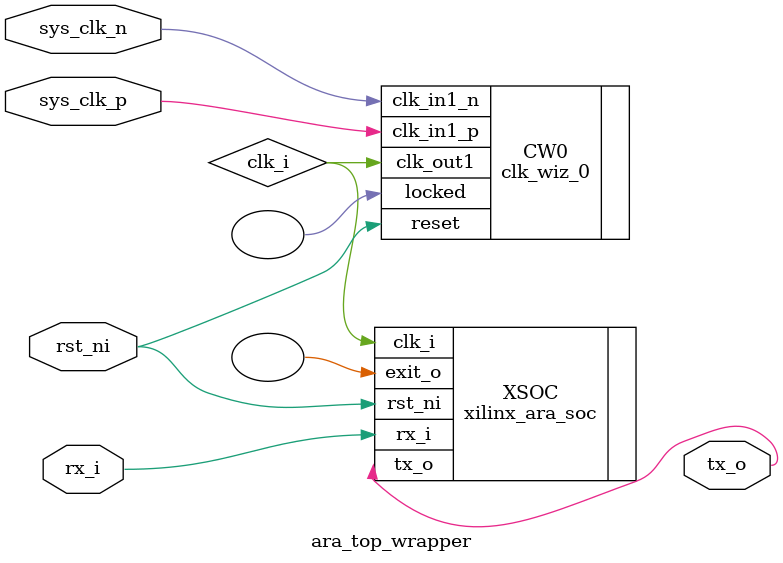
<source format=v>

module ara_top_wrapper(
    input  wire         sys_clk_p,
    input  wire         sys_clk_n,
    input  wire         rst_ni,
//    output reg [63:0]   exit_o,
    input  wire         rx_i,
    output           tx_o
        
    );
    
    
    wire clk_i;
    clk_wiz_0 CW0
   (
    .clk_out1(clk_i),     // output clk_out1
    .reset(rst_ni), // input reset
    .locked(),       // output locked
    .clk_in1_p(sys_clk_p),  
    .clk_in1_n(sys_clk_n)
    );   
    
    
    xilinx_ara_soc XSOC(
        .clk_i  (clk_i ),
        .rst_ni (rst_ni),
        .exit_o (),

        .rx_i   (rx_i),
        .tx_o   (tx_o)
    );
    
    
endmodule

</source>
